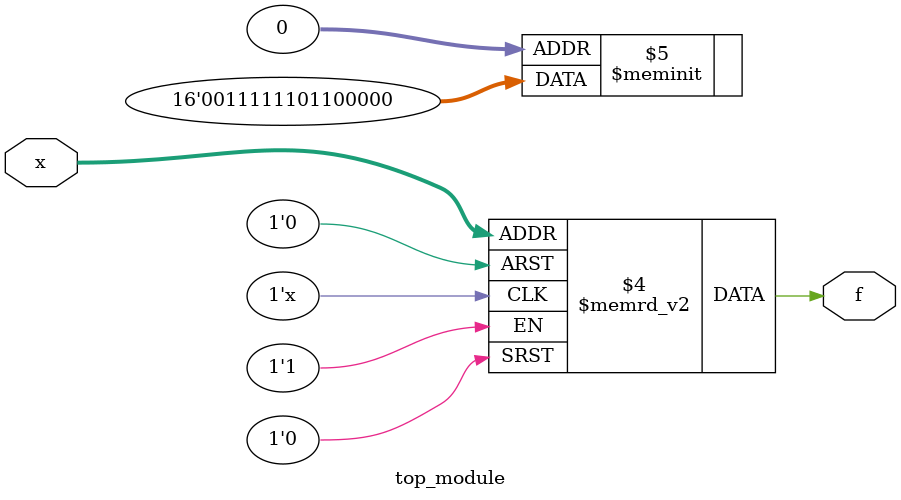
<source format=sv>
module top_module (
    input [4:1] x,
    output logic f
);
    always_comb begin
        case (x)
            4'b0000: f = 1'b0; // Originally d, we chose 0
            4'b0001: f = 1'b0;
            4'b0010: f = 1'b0; // Originally d, we chose 0
            4'b0011: f = 1'b0; // Originally d, we chose 0
            4'b0100: f = 1'b0;
            4'b0101: f = 1'b1; // Originally d, we chose 1
            4'b0110: f = 1'b1;
            4'b0111: f = 1'b0;
            4'b1000: f = 1'b1;
            4'b1001: f = 1'b1;
            4'b1010: f = 1'b1; 
            4'b1011: f = 1'b1; // Originally d, we chose 1
            4'b1100: f = 1'b1;
            4'b1101: f = 1'b1;
            4'b1110: f = 1'b0; // Originally d, we chose 0
            4'b1111: f = 1'b0; // Originally d, we chose 0
            default: f = 1'b0;
        endcase
    end
endmodule

</source>
